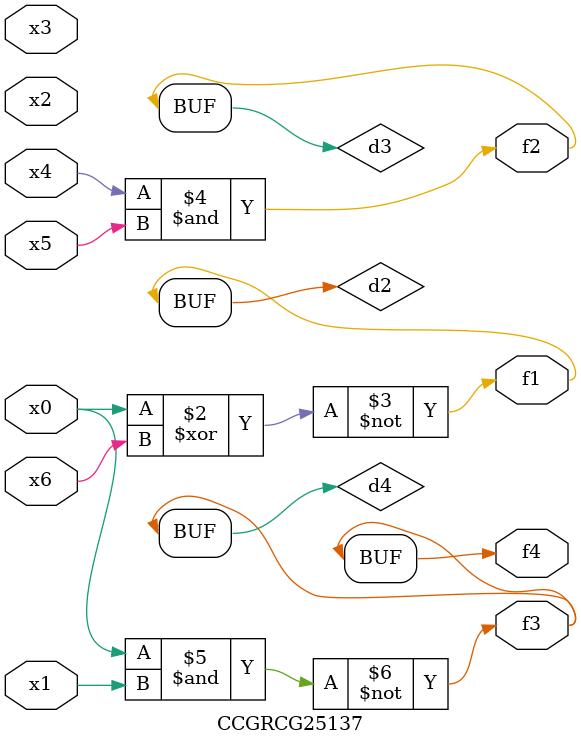
<source format=v>
module CCGRCG25137(
	input x0, x1, x2, x3, x4, x5, x6,
	output f1, f2, f3, f4
);

	wire d1, d2, d3, d4;

	nor (d1, x0);
	xnor (d2, x0, x6);
	and (d3, x4, x5);
	nand (d4, x0, x1);
	assign f1 = d2;
	assign f2 = d3;
	assign f3 = d4;
	assign f4 = d4;
endmodule

</source>
